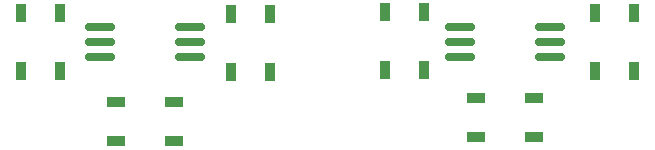
<source format=gbr>
%TF.GenerationSoftware,KiCad,Pcbnew,7.0.9*%
%TF.CreationDate,2024-12-10T16:14:57+09:00*%
%TF.ProjectId,02-LINE,30322d4c-494e-4452-9e6b-696361645f70,rev?*%
%TF.SameCoordinates,Original*%
%TF.FileFunction,Paste,Bot*%
%TF.FilePolarity,Positive*%
%FSLAX46Y46*%
G04 Gerber Fmt 4.6, Leading zero omitted, Abs format (unit mm)*
G04 Created by KiCad (PCBNEW 7.0.9) date 2024-12-10 16:14:57*
%MOMM*%
%LPD*%
G01*
G04 APERTURE LIST*
G04 Aperture macros list*
%AMRoundRect*
0 Rectangle with rounded corners*
0 $1 Rounding radius*
0 $2 $3 $4 $5 $6 $7 $8 $9 X,Y pos of 4 corners*
0 Add a 4 corners polygon primitive as box body*
4,1,4,$2,$3,$4,$5,$6,$7,$8,$9,$2,$3,0*
0 Add four circle primitives for the rounded corners*
1,1,$1+$1,$2,$3*
1,1,$1+$1,$4,$5*
1,1,$1+$1,$6,$7*
1,1,$1+$1,$8,$9*
0 Add four rect primitives between the rounded corners*
20,1,$1+$1,$2,$3,$4,$5,0*
20,1,$1+$1,$4,$5,$6,$7,0*
20,1,$1+$1,$6,$7,$8,$9,0*
20,1,$1+$1,$8,$9,$2,$3,0*%
G04 Aperture macros list end*
%ADD10R,0.900000X1.500000*%
%ADD11R,1.500000X0.900000*%
%ADD12RoundRect,0.150000X1.120000X0.150000X-1.120000X0.150000X-1.120000X-0.150000X1.120000X-0.150000X0*%
G04 APERTURE END LIST*
D10*
%TO.C,D5*%
X176020000Y-95160000D03*
X172720000Y-95160000D03*
X172720000Y-90260000D03*
X176020000Y-90260000D03*
%TD*%
D11*
%TO.C,D6*%
X162650000Y-100710000D03*
X162650000Y-97410000D03*
X167550000Y-97410000D03*
X167550000Y-100710000D03*
%TD*%
D10*
%TO.C,D4*%
X141860000Y-90350000D03*
X145160000Y-90350000D03*
X145160000Y-95250000D03*
X141860000Y-95250000D03*
%TD*%
D11*
%TO.C,D3*%
X137070000Y-97790000D03*
X137070000Y-101090000D03*
X132170000Y-101090000D03*
X132170000Y-97790000D03*
%TD*%
D10*
%TO.C,D2*%
X127380000Y-95160000D03*
X124080000Y-95160000D03*
X124080000Y-90260000D03*
X127380000Y-90260000D03*
%TD*%
%TO.C,D7*%
X154940000Y-90170000D03*
X158240000Y-90170000D03*
X158240000Y-95070000D03*
X154940000Y-95070000D03*
%TD*%
D12*
%TO.C,U19*%
X168910000Y-91440000D03*
X168910000Y-92710000D03*
X168910000Y-93980000D03*
X161290000Y-93980000D03*
X161290000Y-92710000D03*
X161290000Y-91440000D03*
%TD*%
%TO.C,U18*%
X138430000Y-91440000D03*
X138430000Y-92710000D03*
X138430000Y-93980000D03*
X130810000Y-93980000D03*
X130810000Y-92710000D03*
X130810000Y-91440000D03*
%TD*%
M02*

</source>
